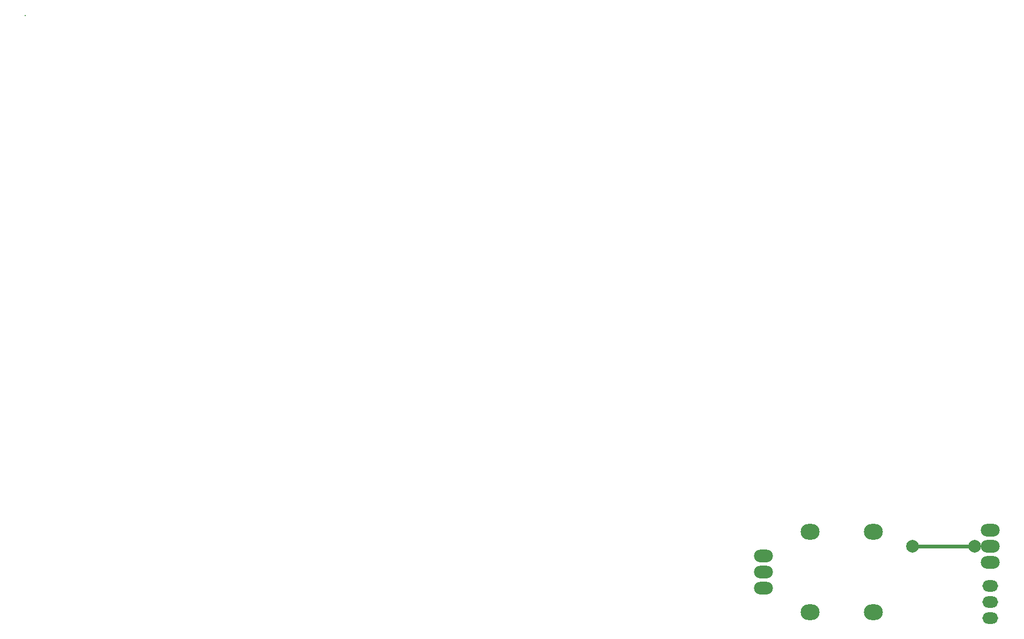
<source format=gbr>
%TF.GenerationSoftware,KiCad,Pcbnew,8.0.3*%
%TF.CreationDate,2024-08-14T19:55:25+03:00*%
%TF.ProjectId,limit_switch,6c696d69-745f-4737-9769-7463682e6b69,rev?*%
%TF.SameCoordinates,PX6ce2448PY49658d0*%
%TF.FileFunction,Copper,L2,Bot*%
%TF.FilePolarity,Positive*%
%FSLAX46Y46*%
G04 Gerber Fmt 4.6, Leading zero omitted, Abs format (unit mm)*
G04 Created by KiCad (PCBNEW 8.0.3) date 2024-08-14 19:55:25*
%MOMM*%
%LPD*%
G01*
G04 APERTURE LIST*
%TA.AperFunction,ComponentPad*%
%ADD10O,3.000000X2.000000*%
%TD*%
%TA.AperFunction,ComponentPad*%
%ADD11O,3.000000X2.500000*%
%TD*%
%TA.AperFunction,ComponentPad*%
%ADD12O,2.500000X1.800000*%
%TD*%
%TA.AperFunction,ViaPad*%
%ADD13C,2.000000*%
%TD*%
%TA.AperFunction,ViaPad*%
%ADD14C,0.200000*%
%TD*%
%TA.AperFunction,Conductor*%
%ADD15C,0.600000*%
%TD*%
G04 APERTURE END LIST*
D10*
%TO.P,J2,1,Pin_1*%
%TO.N,IN2*%
X2413000Y-8382000D03*
%TO.P,J2,2,Pin_2*%
%TO.N,unconnected-(J2-Pin_2-Pad2)*%
X2413000Y-10922000D03*
%TO.P,J2,3,Pin_3*%
%TO.N,IN1*%
X2413000Y-13462000D03*
%TD*%
D11*
%TO.P,T1,1,AA*%
%TO.N,GND*%
X19779000Y-17272000D03*
%TO.P,T1,2,AB*%
%TO.N,Net-(T1-AB)*%
X19779000Y-4572000D03*
%TO.P,T1,3,SA*%
%TO.N,Net-(T1-SA)*%
X9779000Y-4572000D03*
%TO.P,T1,4,SB*%
%TO.N,IN1*%
X9779000Y-17272000D03*
%TD*%
D10*
%TO.P,J1,1,Pin_1*%
%TO.N,VOUT*%
X38227000Y-4258000D03*
%TO.P,J1,2,Pin_2*%
%TO.N,VCC*%
X38227000Y-6798000D03*
%TO.P,J1,3,Pin_3*%
%TO.N,GND*%
X38227000Y-9338000D03*
%TD*%
D12*
%TO.P,R5,1,1*%
%TO.N,Net-(D3-K)*%
X38227000Y-18161000D03*
%TO.P,R5,2,2*%
%TO.N,GND*%
X38227000Y-15621000D03*
%TO.P,R5,3,3*%
X38227000Y-13081000D03*
%TD*%
D13*
%TO.N,VCC*%
X26000000Y-6800000D03*
X35800000Y-6800000D03*
D14*
%TO.N,*%
X-114173000Y76962000D03*
X-114173000Y76962000D03*
X-114173000Y76962000D03*
X-114173000Y76962000D03*
X-114173000Y76962000D03*
%TD*%
D15*
%TO.N,VCC*%
X25942000Y-6858000D02*
X25781000Y-6858000D01*
X26000000Y-6800000D02*
X25942000Y-6858000D01*
X26058000Y-6858000D02*
X26000000Y-6800000D01*
X35800000Y-6812000D02*
X35754000Y-6858000D01*
X35800000Y-6800000D02*
X35800000Y-6812000D01*
X35812000Y-6800000D02*
X35800000Y-6800000D01*
X35754000Y-6858000D02*
X26058000Y-6858000D01*
X35814000Y-6798000D02*
X35812000Y-6800000D01*
%TD*%
M02*

</source>
